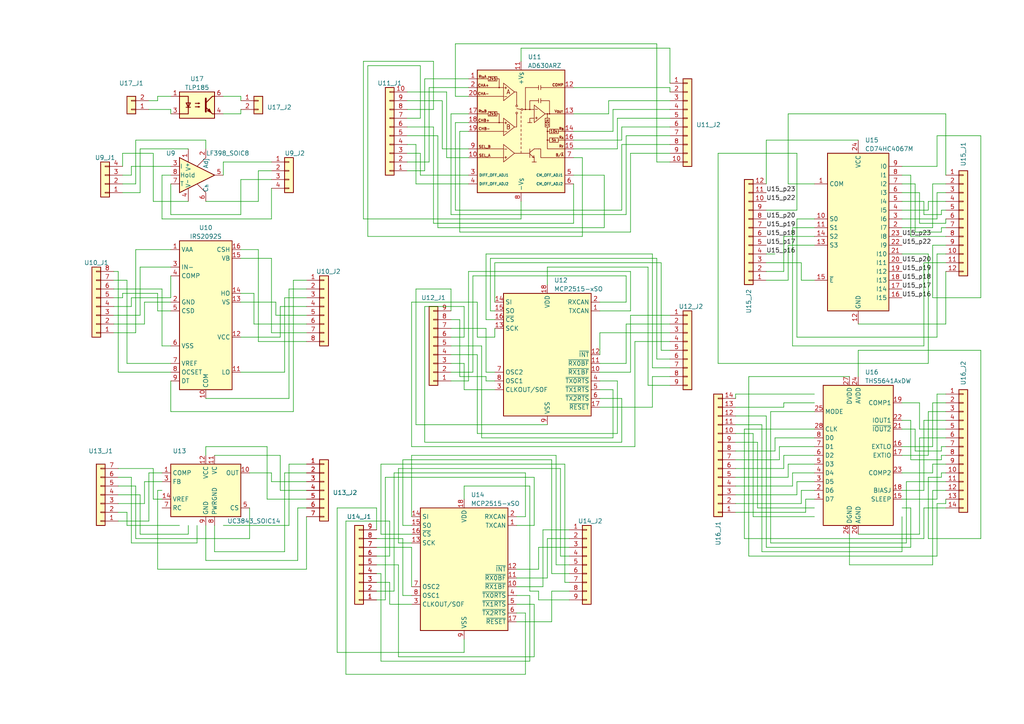
<source format=kicad_sch>
(kicad_sch (version 20230121) (generator eeschema)
  (paper "A4")
  (wire (pts (xy 233.68 148.59) (xy 213.36 148.59)))
  (wire (pts (xy 189.23 109.22) (xy 194.31 109.22)))
  (wire (pts (xy 40.64 91.44) (xy 33.02 91.44)))
  (wire (pts (xy 149.86 177.8) (xy 152.4 177.8)))
  (wire (pts (xy 128.27 43.18) (xy 135.89 43.18)))
  (wire (pts (xy 111.76 138.43) (xy 111.76 173.99)))
  (wire (pts (xy 49.53 31.75) (xy 49.53 33.02)))
  (wire (pts (xy 261.62 53.34) (xy 265.43 53.34)))
  (wire (pts (xy 219.71 128.27) (xy 219.71 147.32)))
  (wire (pts (xy 154.94 190.5) (xy 154.94 175.26)))
  (wire (pts (xy 41.91 87.63) (xy 49.53 87.63)))
  (wire (pts (xy 57.15 152.4) (xy 57.15 157.48)))
  (wire (pts (xy 113.03 175.26) (xy 119.38 175.26)))
  (wire (pts (xy 177.8 127) (xy 139.7 127)))
  (wire (pts (xy 78.74 74.93) (xy 78.74 96.52)))
  (wire (pts (xy 248.92 154.94) (xy 266.7 154.94)))
  (wire (pts (xy 34.29 151.13) (xy 43.18 151.13)))
  (wire (pts (xy 213.36 140.97) (xy 229.87 140.97)))
  (wire (pts (xy 173.99 96.52) (xy 173.99 102.87)))
  (wire (pts (xy 109.22 156.21) (xy 116.84 156.21)))
  (wire (pts (xy 33.02 93.98) (xy 41.91 93.98)))
  (wire (pts (xy 189.23 118.11) (xy 189.23 109.22)))
  (wire (pts (xy 109.22 166.37) (xy 110.49 166.37)))
  (wire (pts (xy 270.51 134.62) (xy 274.32 134.62)))
  (wire (pts (xy 69.85 107.95) (xy 82.55 107.95)))
  (wire (pts (xy 189.23 73.66) (xy 189.23 106.68)))
  (wire (pts (xy 190.5 46.99) (xy 194.31 46.99)))
  (wire (pts (xy 271.78 114.3) (xy 274.32 114.3)))
  (wire (pts (xy 83.82 83.82) (xy 83.82 115.57)))
  (wire (pts (xy 34.29 143.51) (xy 40.64 143.51)))
  (wire (pts (xy 45.72 85.09) (xy 35.56 85.09)))
  (wire (pts (xy 236.22 81.28) (xy 232.41 81.28)))
  (wire (pts (xy 217.17 161.29) (xy 271.78 161.29)))
  (wire (pts (xy 86.36 162.56) (xy 86.36 147.32)))
  (wire (pts (xy 262.89 157.48) (xy 223.52 157.48)))
  (wire (pts (xy 273.05 130.81) (xy 273.05 129.54)))
  (wire (pts (xy 222.25 73.66) (xy 224.79 73.66)))
  (wire (pts (xy 88.9 99.06) (xy 74.93 99.06)))
  (wire (pts (xy 119.38 157.48) (xy 115.57 157.48)))
  (wire (pts (xy 113.03 168.91) (xy 113.03 175.26)))
  (wire (pts (xy 134.62 88.9) (xy 123.19 88.9)))
  (wire (pts (xy 246.38 109.22) (xy 217.17 109.22)))
  (wire (pts (xy 269.24 156.21) (xy 269.24 138.43)))
  (wire (pts (xy 46.99 63.5) (xy 78.74 63.5)))
  (wire (pts (xy 175.26 50.8) (xy 166.37 50.8)))
  (wire (pts (xy 49.53 48.26) (xy 38.1 48.26)))
  (wire (pts (xy 40.64 143.51) (xy 40.64 154.94)))
  (wire (pts (xy 271.78 63.5) (xy 271.78 55.88)))
  (wire (pts (xy 138.43 87.63) (xy 119.38 87.63)))
  (wire (pts (xy 125.73 64.77) (xy 166.37 64.77)))
  (wire (pts (xy 45.72 165.1) (xy 88.9 165.1)))
  (wire (pts (xy 213.36 114.3) (xy 213.36 115.57)))
  (wire (pts (xy 151.13 13.97) (xy 151.13 17.78)))
  (wire (pts (xy 179.07 125.73) (xy 179.07 110.49)))
  (wire (pts (xy 182.88 44.45) (xy 182.88 67.31)))
  (wire (pts (xy 121.92 50.8) (xy 135.89 50.8)))
  (wire (pts (xy 109.22 171.45) (xy 114.3 171.45)))
  (wire (pts (xy 82.55 107.95) (xy 82.55 86.36)))
  (wire (pts (xy 158.75 82.55) (xy 158.75 77.47)))
  (wire (pts (xy 273.05 129.54) (xy 274.32 129.54)))
  (wire (pts (xy 35.56 44.45) (xy 44.45 44.45)))
  (wire (pts (xy 123.19 49.53) (xy 118.11 49.53)))
  (wire (pts (xy 190.5 74.93) (xy 142.24 74.93)))
  (wire (pts (xy 132.08 12.7) (xy 190.5 12.7)))
  (wire (pts (xy 162.56 161.29) (xy 165.1 161.29)))
  (wire (pts (xy 41.91 146.05) (xy 41.91 139.7)))
  (wire (pts (xy 110.49 191.77) (xy 153.67 191.77)))
  (wire (pts (xy 125.73 17.78) (xy 105.41 17.78)))
  (wire (pts (xy 270.51 116.84) (xy 274.32 116.84)))
  (wire (pts (xy 109.22 153.67) (xy 109.22 147.32)))
  (wire (pts (xy 231.14 143.51) (xy 213.36 143.51)))
  (wire (pts (xy 54.61 43.18) (xy 40.64 43.18)))
  (wire (pts (xy 134.62 105.41) (xy 130.81 105.41)))
  (wire (pts (xy 69.85 27.94) (xy 69.85 29.21)))
  (wire (pts (xy 248.92 101.6) (xy 284.48 101.6)))
  (wire (pts (xy 261.62 149.86) (xy 261.62 160.02)))
  (wire (pts (xy 270.51 86.36) (xy 270.51 71.12)))
  (wire (pts (xy 213.36 130.81) (xy 224.79 130.81)))
  (wire (pts (xy 270.51 53.34) (xy 274.32 53.34)))
  (wire (pts (xy 165.1 166.37) (xy 160.02 166.37)))
  (wire (pts (xy 181.61 93.98) (xy 194.31 93.98)))
  (wire (pts (xy 40.64 43.18) (xy 40.64 55.88)))
  (wire (pts (xy 274.32 64.77) (xy 266.7 64.77)))
  (wire (pts (xy 180.34 40.64) (xy 166.37 40.64)))
  (wire (pts (xy 176.53 29.21) (xy 194.31 29.21)))
  (wire (pts (xy 266.7 124.46) (xy 274.32 124.46)))
  (wire (pts (xy 45.72 27.94) (xy 49.53 27.94)))
  (wire (pts (xy 135.89 22.86) (xy 123.19 22.86)))
  (wire (pts (xy 153.67 172.72) (xy 149.86 172.72)))
  (wire (pts (xy 269.24 138.43) (xy 273.05 138.43)))
  (wire (pts (xy 229.87 100.33) (xy 229.87 66.04)))
  (wire (pts (xy 115.57 135.89) (xy 162.56 135.89)))
  (wire (pts (xy 173.99 87.63) (xy 181.61 87.63)))
  (wire (pts (xy 105.41 63.5) (xy 151.13 63.5)))
  (wire (pts (xy 43.18 151.13) (xy 43.18 137.16)))
  (wire (pts (xy 97.79 189.23) (xy 134.62 189.23)))
  (wire (pts (xy 213.36 146.05) (xy 232.41 146.05)))
  (wire (pts (xy 224.79 127) (xy 236.22 127)))
  (wire (pts (xy 228.6 134.62) (xy 236.22 134.62)))
  (wire (pts (xy 52.07 152.4) (xy 36.83 152.4)))
  (wire (pts (xy 83.82 134.62) (xy 88.9 134.62)))
  (wire (pts (xy 166.37 45.72) (xy 168.91 45.72)))
  (wire (pts (xy 228.6 71.12) (xy 228.6 81.28)))
  (wire (pts (xy 114.3 171.45) (xy 114.3 137.16)))
  (wire (pts (xy 116.84 156.21) (xy 116.84 172.72)))
  (wire (pts (xy 143.51 87.63) (xy 143.51 76.2)))
  (wire (pts (xy 182.88 107.95) (xy 182.88 91.44)))
  (wire (pts (xy 39.37 53.34) (xy 39.37 40.64)))
  (wire (pts (xy 180.34 115.57) (xy 173.99 115.57)))
  (wire (pts (xy 154.94 138.43) (xy 111.76 138.43)))
  (wire (pts (xy 173.99 113.03) (xy 177.8 113.03)))
  (wire (pts (xy 190.5 12.7) (xy 190.5 46.99)))
  (wire (pts (xy 161.29 163.83) (xy 165.1 163.83)))
  (wire (pts (xy 124.46 25.4) (xy 135.89 25.4)))
  (wire (pts (xy 156.21 165.1) (xy 156.21 158.75)))
  (wire (pts (xy 120.65 53.34) (xy 120.65 41.91)))
  (wire (pts (xy 181.61 87.63) (xy 181.61 80.01)))
  (wire (pts (xy 115.57 157.48) (xy 115.57 135.89)))
  (wire (pts (xy 72.39 156.21) (xy 72.39 147.32)))
  (wire (pts (xy 273.05 138.43) (xy 273.05 137.16)))
  (wire (pts (xy 49.53 50.8) (xy 46.99 50.8)))
  (wire (pts (xy 180.34 128.27) (xy 180.34 115.57)))
  (wire (pts (xy 229.87 66.04) (xy 236.22 66.04)))
  (wire (pts (xy 69.85 52.07) (xy 69.85 62.23)))
  (wire (pts (xy 149.86 170.18) (xy 157.48 170.18)))
  (wire (pts (xy 135.89 53.34) (xy 120.65 53.34)))
  (wire (pts (xy 129.54 45.72) (xy 135.89 45.72)))
  (wire (pts (xy 166.37 25.4) (xy 194.31 25.4)))
  (wire (pts (xy 62.23 160.02) (xy 82.55 160.02)))
  (wire (pts (xy 123.19 22.86) (xy 123.19 49.53)))
  (wire (pts (xy 69.85 87.63) (xy 80.01 87.63)))
  (wire (pts (xy 153.67 171.45) (xy 156.21 171.45)))
  (wire (pts (xy 270.51 129.54) (xy 270.51 116.84)))
  (wire (pts (xy 267.97 76.2) (xy 267.97 100.33)))
  (wire (pts (xy 82.55 86.36) (xy 88.9 86.36)))
  (wire (pts (xy 138.43 97.79) (xy 138.43 87.63)))
  (wire (pts (xy 153.67 140.97) (xy 153.67 171.45)))
  (wire (pts (xy 137.16 80.01) (xy 137.16 107.95)))
  (wire (pts (xy 284.48 156.21) (xy 269.24 156.21)))
  (wire (pts (xy 86.36 147.32) (xy 88.9 147.32)))
  (wire (pts (xy 151.13 63.5) (xy 151.13 58.42)))
  (wire (pts (xy 227.33 135.89) (xy 227.33 132.08)))
  (wire (pts (xy 49.53 86.36) (xy 49.53 80.01)))
  (wire (pts (xy 114.3 137.16) (xy 152.4 137.16)))
  (wire (pts (xy 81.28 142.24) (xy 88.9 142.24)))
  (wire (pts (xy 118.11 31.75) (xy 125.73 31.75)))
  (wire (pts (xy 158.75 77.47) (xy 187.96 77.47)))
  (wire (pts (xy 160.02 133.35) (xy 116.84 133.35)))
  (wire (pts (xy 284.48 86.36) (xy 270.51 86.36)))
  (wire (pts (xy 38.1 88.9) (xy 38.1 86.36)))
  (wire (pts (xy 191.77 101.6) (xy 194.31 101.6)))
  (wire (pts (xy 177.8 38.1) (xy 166.37 38.1)))
  (wire (pts (xy 78.74 139.7) (xy 88.9 139.7)))
  (wire (pts (xy 236.22 144.78) (xy 233.68 144.78)))
  (wire (pts (xy 133.35 109.22) (xy 140.97 109.22)))
  (wire (pts (xy 74.93 99.06) (xy 74.93 72.39)))
  (wire (pts (xy 57.15 157.48) (xy 38.1 157.48)))
  (wire (pts (xy 49.53 77.47) (xy 40.64 77.47)))
  (wire (pts (xy 267.97 121.92) (xy 274.32 121.92)))
  (wire (pts (xy 69.85 74.93) (xy 78.74 74.93)))
  (wire (pts (xy 113.03 161.29) (xy 109.22 161.29)))
  (wire (pts (xy 236.22 114.3) (xy 213.36 114.3)))
  (wire (pts (xy 119.38 87.63) (xy 119.38 129.54)))
  (wire (pts (xy 270.51 142.24) (xy 270.51 163.83)))
  (wire (pts (xy 213.36 138.43) (xy 228.6 138.43)))
  (wire (pts (xy 33.02 86.36) (xy 35.56 86.36)))
  (wire (pts (xy 143.51 110.49) (xy 140.97 110.49)))
  (wire (pts (xy 130.81 92.71) (xy 133.35 92.71)))
  (wire (pts (xy 137.16 107.95) (xy 130.81 107.95)))
  (wire (pts (xy 163.83 134.62) (xy 163.83 168.91)))
  (wire (pts (xy 182.88 78.74) (xy 135.89 78.74)))
  (wire (pts (xy 158.75 123.19) (xy 120.65 123.19)))
  (wire (pts (xy 97.79 147.32) (xy 97.79 189.23)))
  (wire (pts (xy 113.03 151.13) (xy 113.03 161.29)))
  (wire (pts (xy 134.62 113.03) (xy 134.62 105.41)))
  (wire (pts (xy 73.66 85.09) (xy 69.85 85.09)))
  (wire (pts (xy 153.67 191.77) (xy 153.67 172.72)))
  (wire (pts (xy 217.17 109.22) (xy 217.17 161.29)))
  (wire (pts (xy 190.5 104.14) (xy 190.5 74.93)))
  (wire (pts (xy 261.62 55.88) (xy 266.7 55.88)))
  (wire (pts (xy 173.99 118.11) (xy 189.23 118.11)))
  (wire (pts (xy 43.18 29.21) (xy 45.72 29.21)))
  (wire (pts (xy 135.89 110.49) (xy 130.81 110.49)))
  (wire (pts (xy 39.37 156.21) (xy 72.39 156.21)))
  (wire (pts (xy 218.44 149.86) (xy 218.44 125.73)))
  (wire (pts (xy 152.4 149.86) (xy 149.86 149.86)))
  (wire (pts (xy 69.85 33.02) (xy 69.85 31.75)))
  (wire (pts (xy 222.25 76.2) (xy 232.41 76.2)))
  (wire (pts (xy 261.62 144.78) (xy 271.78 144.78)))
  (wire (pts (xy 226.06 129.54) (xy 236.22 129.54)))
  (wire (pts (xy 40.64 55.88) (xy 35.56 55.88)))
  (wire (pts (xy 270.51 66.04) (xy 270.51 53.34)))
  (wire (pts (xy 123.19 88.9) (xy 123.19 128.27)))
  (wire (pts (xy 248.92 93.98) (xy 274.32 93.98)))
  (wire (pts (xy 181.61 80.01) (xy 137.16 80.01)))
  (wire (pts (xy 264.16 158.75) (xy 264.16 147.32)))
  (wire (pts (xy 222.25 40.64) (xy 248.92 40.64)))
  (wire (pts (xy 182.88 91.44) (xy 194.31 91.44)))
  (wire (pts (xy 40.64 154.94) (xy 54.61 154.94)))
  (wire (pts (xy 236.22 149.86) (xy 218.44 149.86)))
  (wire (pts (xy 267.97 142.24) (xy 267.97 121.92)))
  (wire (pts (xy 64.77 27.94) (xy 69.85 27.94)))
  (wire (pts (xy 213.36 128.27) (xy 219.71 128.27)))
  (wire (pts (xy 35.56 85.09) (xy 35.56 86.36)))
  (wire (pts (xy 264.16 68.58) (xy 264.16 50.8)))
  (wire (pts (xy 176.53 33.02) (xy 176.53 29.21)))
  (wire (pts (xy 149.86 180.34) (xy 160.02 180.34)))
  (wire (pts (xy 133.35 92.71) (xy 133.35 109.22)))
  (wire (pts (xy 138.43 102.87) (xy 138.43 125.73)))
  (wire (pts (xy 168.91 68.58) (xy 106.68 68.58)))
  (wire (pts (xy 134.62 185.42) (xy 134.62 189.23)))
  (wire (pts (xy 175.26 66.04) (xy 175.26 50.8)))
  (wire (pts (xy 181.61 39.37) (xy 194.31 39.37)))
  (wire (pts (xy 154.94 152.4) (xy 154.94 138.43)))
  (wire (pts (xy 115.57 163.83) (xy 115.57 190.5)))
  (wire (pts (xy 106.68 68.58) (xy 106.68 19.05)))
  (wire (pts (xy 264.16 121.92) (xy 264.16 133.35)))
  (wire (pts (xy 64.77 152.4) (xy 83.82 152.4)))
  (wire (pts (xy 264.16 133.35) (xy 273.05 133.35)))
  (wire (pts (xy 271.78 146.05) (xy 274.32 146.05)))
  (wire (pts (xy 45.72 90.17) (xy 45.72 85.09)))
  (wire (pts (xy 222.25 158.75) (xy 264.16 158.75)))
  (wire (pts (xy 88.9 149.86) (xy 88.9 165.1)))
  (wire (pts (xy 38.1 138.43) (xy 34.29 138.43)))
  (wire (pts (xy 246.38 163.83) (xy 246.38 154.94)))
  (wire (pts (xy 152.4 195.58) (xy 100.33 195.58)))
  (wire (pts (xy 179.07 34.29) (xy 194.31 34.29)))
  (wire (pts (xy 177.8 113.03) (xy 177.8 127)))
  (wire (pts (xy 208.28 44.45) (xy 231.14 44.45)))
  (wire (pts (xy 271.78 55.88) (xy 274.32 55.88)))
  (wire (pts (xy 143.51 95.25) (xy 143.51 97.79)))
  (wire (pts (xy 160.02 171.45) (xy 165.1 171.45)))
  (wire (pts (xy 269.24 132.08) (xy 269.24 119.38)))
  (wire (pts (xy 118.11 29.21) (xy 128.27 29.21)))
  (wire (pts (xy 284.48 101.6) (xy 284.48 156.21)))
  (wire (pts (xy 180.34 41.91) (xy 194.31 41.91)))
  (wire (pts (xy 213.36 133.35) (xy 226.06 133.35)))
  (wire (pts (xy 269.24 73.66) (xy 269.24 105.41)))
  (wire (pts (xy 44.45 44.45) (xy 44.45 58.42)))
  (wire (pts (xy 267.97 62.23) (xy 273.05 62.23)))
  (wire (pts (xy 231.14 63.5) (xy 231.14 97.79)))
  (wire (pts (xy 143.51 97.79) (xy 138.43 97.79)))
  (wire (pts (xy 123.19 128.27) (xy 180.34 128.27)))
  (wire (pts (xy 168.91 45.72) (xy 168.91 68.58)))
  (wire (pts (xy 45.72 142.24) (xy 45.72 165.1)))
  (wire (pts (xy 227.33 132.08) (xy 236.22 132.08)))
  (wire (pts (xy 266.7 116.84) (xy 266.7 124.46)))
  (wire (pts (xy 34.29 78.74) (xy 33.02 78.74)))
  (wire (pts (xy 39.37 96.52) (xy 33.02 96.52)))
  (wire (pts (xy 264.16 147.32) (xy 261.62 147.32)))
  (wire (pts (xy 194.31 44.45) (xy 182.88 44.45)))
  (wire (pts (xy 119.38 132.08) (xy 161.29 132.08)))
  (wire (pts (xy 49.53 62.23) (xy 49.53 53.34)))
  (wire (pts (xy 208.28 105.41) (xy 208.28 44.45)))
  (wire (pts (xy 49.53 72.39) (xy 39.37 72.39)))
  (wire (pts (xy 261.62 73.66) (xy 269.24 73.66)))
  (wire (pts (xy 138.43 125.73) (xy 179.07 125.73)))
  (wire (pts (xy 274.32 68.58) (xy 264.16 68.58)))
  (wire (pts (xy 269.24 60.96) (xy 269.24 58.42)))
  (wire (pts (xy 49.53 105.41) (xy 36.83 105.41)))
  (wire (pts (xy 59.69 40.64) (xy 59.69 43.18)))
  (wire (pts (xy 118.11 39.37) (xy 127 39.37)))
  (wire (pts (xy 36.83 81.28) (xy 33.02 81.28)))
  (wire (pts (xy 43.18 137.16) (xy 46.99 137.16)))
  (wire (pts (xy 140.97 73.66) (xy 189.23 73.66)))
  (wire (pts (xy 220.98 160.02) (xy 220.98 123.19)))
  (wire (pts (xy 273.05 62.23) (xy 273.05 60.96)))
  (wire (pts (xy 85.09 81.28) (xy 88.9 81.28)))
  (wire (pts (xy 236.22 139.7) (xy 231.14 139.7)))
  (wire (pts (xy 77.47 129.54) (xy 77.47 144.78)))
  (wire (pts (xy 236.22 124.46) (xy 215.9 124.46)))
  (wire (pts (xy 59.69 152.4) (xy 59.69 162.56)))
  (wire (pts (xy 143.51 76.2) (xy 191.77 76.2)))
  (wire (pts (xy 74.93 72.39) (xy 69.85 72.39)))
  (wire (pts (xy 132.08 35.56) (xy 132.08 60.96)))
  (wire (pts (xy 269.24 58.42) (xy 274.32 58.42)))
  (wire (pts (xy 213.36 120.65) (xy 222.25 120.65)))
  (wire (pts (xy 46.99 142.24) (xy 45.72 142.24)))
  (wire (pts (xy 35.56 48.26) (xy 35.56 44.45)))
  (wire (pts (xy 231.14 139.7) (xy 231.14 143.51)))
  (wire (pts (xy 135.89 33.02) (xy 130.81 33.02)))
  (wire (pts (xy 134.62 97.79) (xy 134.62 88.9)))
  (wire (pts (xy 80.01 87.63) (xy 80.01 91.44)))
  (wire (pts (xy 119.38 149.86) (xy 119.38 132.08)))
  (wire (pts (xy 49.53 107.95) (xy 34.29 107.95)))
  (wire (pts (xy 59.69 58.42) (xy 74.93 58.42)))
  (wire (pts (xy 227.33 118.11) (xy 227.33 116.84)))
  (wire (pts (xy 41.91 139.7) (xy 46.99 139.7)))
  (wire (pts (xy 261.62 63.5) (xy 271.78 63.5)))
  (wire (pts (xy 81.28 97.79) (xy 69.85 97.79)))
  (wire (pts (xy 139.7 127) (xy 139.7 100.33)))
  (wire (pts (xy 273.05 67.31) (xy 273.05 66.04)))
  (wire (pts (xy 149.86 152.4) (xy 154.94 152.4)))
  (wire (pts (xy 231.14 44.45) (xy 231.14 60.96)))
  (wire (pts (xy 152.4 177.8) (xy 152.4 195.58)))
  (wire (pts (xy 100.33 151.13) (xy 113.03 151.13)))
  (wire (pts (xy 267.97 100.33) (xy 229.87 100.33)))
  (wire (pts (xy 130.81 62.23) (xy 181.61 62.23)))
  (wire (pts (xy 49.53 90.17) (xy 45.72 90.17)))
  (wire (pts (xy 120.65 41.91) (xy 118.11 41.91)))
  (wire (pts (xy 59.69 162.56) (xy 86.36 162.56)))
  (wire (pts (xy 227.33 68.58) (xy 236.22 68.58)))
  (wire (pts (xy 74.93 49.53) (xy 78.74 49.53)))
  (wire (pts (xy 132.08 27.94) (xy 132.08 12.7)))
  (wire (pts (xy 194.31 36.83) (xy 180.34 36.83)))
  (wire (pts (xy 266.7 154.94) (xy 266.7 127)))
  (wire (pts (xy 73.66 93.98) (xy 73.66 85.09)))
  (wire (pts (xy 261.62 58.42) (xy 267.97 58.42)))
  (wire (pts (xy 38.1 86.36) (xy 49.53 86.36)))
  (wire (pts (xy 266.7 127) (xy 274.32 127)))
  (wire (pts (xy 88.9 83.82) (xy 83.82 83.82)))
  (wire (pts (xy 116.84 133.35) (xy 116.84 152.4)))
  (wire (pts (xy 181.61 105.41) (xy 181.61 93.98)))
  (wire (pts (xy 165.1 153.67) (xy 157.48 153.67)))
  (wire (pts (xy 143.51 92.71) (xy 140.97 92.71)))
  (wire (pts (xy 162.56 135.89) (xy 162.56 161.29)))
  (wire (pts (xy 41.91 93.98) (xy 41.91 87.63)))
  (wire (pts (xy 215.9 156.21) (xy 267.97 156.21)))
  (wire (pts (xy 110.49 154.94) (xy 110.49 134.62)))
  (wire (pts (xy 166.37 43.18) (xy 179.07 43.18)))
  (wire (pts (xy 274.32 33.02) (xy 274.32 50.8)))
  (wire (pts (xy 182.88 90.17) (xy 182.88 78.74)))
  (wire (pts (xy 274.32 63.5) (xy 274.32 64.77)))
  (wire (pts (xy 189.23 106.68) (xy 194.31 106.68)))
  (wire (pts (xy 273.05 60.96) (xy 274.32 60.96)))
  (wire (pts (xy 109.22 168.91) (xy 113.03 168.91)))
  (wire (pts (xy 34.29 135.89) (xy 44.45 135.89)))
  (wire (pts (xy 81.28 88.9) (xy 81.28 97.79)))
  (wire (pts (xy 228.6 138.43) (xy 228.6 134.62)))
  (wire (pts (xy 77.47 144.78) (xy 88.9 144.78)))
  (wire (pts (xy 166.37 33.02) (xy 176.53 33.02)))
  (wire (pts (xy 80.01 91.44) (xy 88.9 91.44)))
  (wire (pts (xy 274.32 76.2) (xy 267.97 76.2)))
  (wire (pts (xy 271.78 48.26) (xy 271.78 39.37)))
  (wire (pts (xy 78.74 137.16) (xy 78.74 139.7)))
  (wire (pts (xy 271.78 97.79) (xy 271.78 73.66)))
  (wire (pts (xy 267.97 58.42) (xy 267.97 62.23)))
  (wire (pts (xy 154.94 175.26) (xy 149.86 175.26)))
  (wire (pts (xy 109.22 147.32) (xy 97.79 147.32)))
  (wire (pts (xy 222.25 53.34) (xy 222.25 40.64)))
  (wire (pts (xy 140.97 95.25) (xy 140.97 107.95)))
  (wire (pts (xy 265.43 67.31) (xy 273.05 67.31)))
  (wire (pts (xy 83.82 115.57) (xy 59.69 115.57)))
  (wire (pts (xy 38.1 48.26) (xy 38.1 50.8)))
  (wire (pts (xy 38.1 50.8) (xy 35.56 50.8)))
  (wire (pts (xy 180.34 36.83) (xy 180.34 40.64)))
  (wire (pts (xy 100.33 195.58) (xy 100.33 151.13)))
  (wire (pts (xy 156.21 158.75) (xy 165.1 158.75)))
  (wire (pts (xy 273.05 66.04) (xy 274.32 66.04)))
  (wire (pts (xy 265.43 124.46) (xy 265.43 130.81)))
  (wire (pts (xy 140.97 109.22) (xy 140.97 110.49)))
  (wire (pts (xy 49.53 119.38) (xy 85.09 119.38)))
  (wire (pts (xy 116.84 152.4) (xy 119.38 152.4)))
  (wire (pts (xy 271.78 39.37) (xy 284.48 39.37)))
  (wire (pts (xy 39.37 72.39) (xy 39.37 96.52)))
  (wire (pts (xy 173.99 90.17) (xy 182.88 90.17)))
  (wire (pts (xy 222.25 120.65) (xy 222.25 158.75)))
  (wire (pts (xy 236.22 53.34) (xy 228.6 53.34)))
  (wire (pts (xy 194.31 96.52) (xy 173.99 96.52)))
  (wire (pts (xy 78.74 96.52) (xy 88.9 96.52)))
  (wire (pts (xy 181.61 62.23) (xy 181.61 39.37)))
  (wire (pts (xy 273.05 132.08) (xy 274.32 132.08)))
  (wire (pts (xy 36.83 152.4) (xy 36.83 148.59)))
  (wire (pts (xy 109.22 158.75) (xy 119.38 158.75)))
  (wire (pts (xy 266.7 64.77) (xy 266.7 55.88)))
  (wire (pts (xy 39.37 40.64) (xy 59.69 40.64)))
  (wire (pts (xy 179.07 110.49) (xy 173.99 110.49)))
  (wire (pts (xy 274.32 146.05) (xy 274.32 144.78)))
  (wire (pts (xy 265.43 53.34) (xy 265.43 67.31)))
  (wire (pts (xy 229.87 137.16) (xy 236.22 137.16)))
  (wire (pts (xy 274.32 93.98) (xy 274.32 78.74)))
  (wire (pts (xy 220.98 123.19) (xy 213.36 123.19)))
  (wire (pts (xy 127 39.37) (xy 127 66.04)))
  (wire (pts (xy 43.18 31.75) (xy 49.53 31.75)))
  (wire (pts (xy 180.34 60.96) (xy 180.34 41.91)))
  (wire (pts (xy 118.11 36.83) (xy 125.73 36.83)))
  (wire (pts (xy 46.99 50.8) (xy 46.99 63.5)))
  (wire (pts (xy 38.1 157.48) (xy 38.1 138.43)))
  (wire (pts (xy 121.92 19.05) (xy 121.92 34.29)))
  (wire (pts (xy 54.61 154.94) (xy 54.61 152.4)))
  (wire (pts (xy 39.37 140.97) (xy 39.37 156.21)))
  (wire (pts (xy 233.68 144.78) (xy 233.68 148.59)))
  (wire (pts (xy 261.62 137.16) (xy 270.51 137.16)))
  (wire (pts (xy 35.56 53.34) (xy 39.37 53.34)))
  (wire (pts (xy 128.27 29.21) (xy 128.27 43.18)))
  (wire (pts (xy 134.62 144.78) (xy 134.62 140.97)))
  (wire (pts (xy 160.02 180.34) (xy 160.02 171.45)))
  (wire (pts (xy 135.89 35.56) (xy 132.08 35.56)))
  (wire (pts (xy 229.87 140.97) (xy 229.87 137.16)))
  (wire (pts (xy 228.6 81.28) (xy 222.25 81.28)))
  (wire (pts (xy 59.69 132.08) (xy 59.69 129.54)))
  (wire (pts (xy 130.81 95.25) (xy 140.97 95.25)))
  (wire (pts (xy 130.81 33.02) (xy 130.81 62.23)))
  (wire (pts (xy 33.02 88.9) (xy 38.1 88.9)))
  (wire (pts (xy 133.35 67.31) (xy 133.35 38.1)))
  (wire (pts (xy 177.8 31.75) (xy 177.8 38.1)))
  (wire (pts (xy 232.41 76.2) (xy 232.41 81.28)))
  (wire (pts (xy 81.28 132.08) (xy 81.28 142.24)))
  (wire (pts (xy 215.9 124.46) (xy 215.9 156.21)))
  (wire (pts (xy 269.24 119.38) (xy 274.32 119.38)))
  (wire (pts (xy 109.22 163.83) (xy 115.57 163.83)))
  (wire (pts (xy 261.62 160.02) (xy 220.98 160.02)))
  (wire (pts (xy 261.62 48.26) (xy 271.78 48.26)))
  (wire (pts (xy 163.83 168.91) (xy 165.1 168.91)))
  (wire (pts (xy 34.29 140.97) (xy 39.37 140.97)))
  (wire (pts (xy 228.6 33.02) (xy 274.32 33.02)))
  (wire (pts (xy 44.45 58.42) (xy 54.61 58.42)))
  (wire (pts (xy 49.53 110.49) (xy 49.53 119.38)))
  (wire (pts (xy 236.22 63.5) (xy 231.14 63.5)))
  (wire (pts (xy 213.36 118.11) (xy 227.33 118.11)))
  (wire (pts (xy 187.96 77.47) (xy 187.96 111.76)))
  (wire (pts (xy 119.38 154.94) (xy 110.49 154.94)))
  (wire (pts (xy 194.31 31.75) (xy 177.8 31.75)))
  (wire (pts (xy 62.23 132.08) (xy 81.28 132.08)))
  (wire (pts (xy 270.51 163.83) (xy 246.38 163.83)))
  (wire (pts (xy 271.78 73.66) (xy 274.32 73.66)))
  (wire (pts (xy 261.62 132.08) (xy 269.24 132.08)))
  (wire (pts (xy 269.24 105.41) (xy 208.28 105.41)))
  (wire (pts (xy 261.62 60.96) (xy 269.24 60.96)))
  (wire (pts (xy 74.93 58.42) (xy 74.93 49.53)))
  (wire (pts (xy 158.75 156.21) (xy 165.1 156.21)))
  (wire (pts (xy 62.23 152.4) (xy 62.23 160.02)))
  (wire (pts (xy 173.99 107.95) (xy 182.88 107.95)))
  (wire (pts (xy 45.72 29.21) (xy 45.72 27.94)))
  (wire (pts (xy 261.62 129.54) (xy 270.51 129.54)))
  (wire (pts (xy 83.82 152.4) (xy 83.82 134.62)))
  (wire (pts (xy 248.92 109.22) (xy 248.92 101.6)))
  (wire (pts (xy 218.44 125.73) (xy 213.36 125.73)))
  (wire (pts (xy 222.25 78.74) (xy 227.33 78.74)))
  (wire (pts (xy 132.08 60.96) (xy 180.34 60.96)))
  (wire (pts (xy 116.84 172.72) (xy 119.38 172.72)))
  (wire (pts (xy 270.51 137.16) (xy 270.51 134.62)))
  (wire (pts (xy 120.65 123.19) (xy 120.65 83.82)))
  (wire (pts (xy 120.65 83.82) (xy 130.81 83.82)))
  (wire (pts (xy 179.07 43.18) (xy 179.07 34.29)))
  (wire (pts (xy 69.85 62.23) (xy 49.53 62.23)))
  (wire (pts (xy 219.71 147.32) (xy 236.22 147.32)))
  (wire (pts (xy 264.16 50.8) (xy 261.62 50.8)))
  (wire (pts (xy 274.32 142.24) (xy 270.51 142.24)))
  (wire (pts (xy 194.31 25.4) (xy 194.31 26.67)))
  (wire (pts (xy 110.49 166.37) (xy 110.49 191.77)))
  (wire (pts (xy 284.48 39.37) (xy 284.48 86.36)))
  (wire (pts (xy 224.79 130.81) (xy 224.79 127)))
  (wire (pts (xy 44.45 135.89) (xy 44.45 144.78)))
  (wire (pts (xy 158.75 167.64) (xy 158.75 156.21)))
  (wire (pts (xy 156.21 171.45) (xy 156.21 173.99)))
  (wire (pts (xy 40.64 77.47) (xy 40.64 91.44)))
  (wire (pts (xy 110.49 134.62) (xy 163.83 134.62)))
  (wire (pts (xy 271.78 161.29) (xy 271.78 146.05)))
  (wire (pts (xy 105.41 17.78) (xy 105.41 63.5)))
  (wire (pts (xy 139.7 100.33) (xy 130.81 100.33)))
  (wire (pts (xy 271.78 144.78) (xy 271.78 114.3)))
  (wire (pts (xy 182.88 67.31) (xy 133.35 67.31)))
  (wire (pts (xy 160.02 166.37) (xy 160.02 133.35)))
  (wire (pts (xy 133.35 38.1) (xy 135.89 38.1)))
  (wire (pts (xy 72.39 137.16) (xy 78.74 137.16)))
  (wire (pts (xy 166.37 64.77) (xy 166.37 53.34)))
  (wire (pts (xy 106.68 19.05) (xy 121.92 19.05)))
  (wire (pts (xy 135.89 78.74) (xy 135.89 110.49)))
  (wire (pts (xy 273.05 133.35) (xy 273.05 132.08)))
  (wire (pts (xy 140.97 107.95) (xy 143.51 107.95)))
  (wire (pts (xy 261.62 116.84) (xy 266.7 116.84)))
  (wire (pts (xy 265.43 130.81) (xy 273.05 130.81)))
  (wire (pts (xy 156.21 173.99) (xy 165.1 173.99)))
  (wire (pts (xy 223.52 157.48) (xy 223.52 119.38)))
  (wire (pts (xy 118.11 46.99) (xy 124.46 46.99)))
  (wire (pts (xy 152.4 137.16) (xy 152.4 149.86)))
  (wire (pts (xy 85.09 119.38) (xy 85.09 81.28)))
  (wire (pts (xy 125.73 36.83) (xy 125.73 64.77)))
  (wire (pts (xy 157.48 153.67) (xy 157.48 170.18)))
  (wire (pts (xy 64.77 46.99) (xy 78.74 46.99)))
  (wire (pts (xy 64.77 46.99) (xy 64.77 50.8)))
  (wire (pts (xy 187.96 111.76) (xy 194.31 111.76)))
  (wire (pts (xy 135.89 27.94) (xy 132.08 27.94)))
  (wire (pts (xy 46.99 100.33) (xy 49.53 100.33)))
  (wire (pts (xy 261.62 124.46) (xy 265.43 124.46)))
  (wire (pts (xy 227.33 116.84) (xy 236.22 116.84)))
  (wire (pts (xy 125.73 31.75) (xy 125.73 17.78)))
  (wire (pts (xy 127 66.04) (xy 175.26 66.04)))
  (wire (pts (xy 44.45 144.78) (xy 46.99 144.78)))
  (wire (pts (xy 134.62 140.97) (xy 153.67 140.97)))
  (wire (pts (xy 33.02 83.82) (xy 46.99 83.82)))
  (wire (pts (xy 236.22 71.12) (xy 228.6 71.12)))
  (wire (pts (xy 213.36 135.89) (xy 227.33 135.89)))
  (wire (pts (xy 262.89 139.7) (xy 274.32 139.7)))
  (wire (pts (xy 119.38 129.54) (xy 184.15 129.54)))
  (wire (pts (xy 261.62 121.92) (xy 264.16 121.92)))
  (wire (pts (xy 36.83 105.41) (xy 36.83 81.28)))
  (wire (pts (xy 111.76 173.99) (xy 109.22 173.99)))
  (wire (pts (xy 191.77 76.2) (xy 191.77 101.6)))
  (wire (pts (xy 232.41 146.05) (xy 232.41 142.24)))
  (wire (pts (xy 130.81 97.79) (xy 134.62 97.79)))
  (wire (pts (xy 88.9 93.98) (xy 73.66 93.98)))
  (wire (pts (xy 34.29 107.95) (xy 34.29 78.74)))
  (wire (pts (xy 226.06 133.35) (xy 226.06 129.54)))
  (wire (pts (xy 184.15 129.54) (xy 184.15 99.06)))
  (wire (pts (xy 194.31 13.97) (xy 151.13 13.97)))
  (wire (pts (xy 194.31 24.13) (xy 194.31 13.97)))
  (wire (pts (xy 78.74 52.07) (xy 69.85 52.07)))
  (wire (pts (xy 64.77 33.02) (xy 69.85 33.02)))
  (wire (pts (xy 36.83 148.59) (xy 34.29 148.59)))
  (wire (pts (xy 267.97 156.21) (xy 267.97 147.32)))
  (wire (pts (xy 78.74 63.5) (xy 78.74 54.61)))
  (wire (pts (xy 119.38 158.75) (xy 119.38 170.18)))
  (wire (pts (xy 142.24 90.17) (xy 143.51 90.17)))
  (wire (pts (xy 194.31 104.14) (xy 190.5 104.14)))
  (wire (pts (xy 173.99 105.41) (xy 181.61 105.41)))
  (wire (pts (xy 118.11 26.67) (xy 129.54 26.67)))
  (wire (pts (xy 161.29 132.08) (xy 161.29 163.83)))
  (wire (pts (xy 82.55 160.02) (xy 82.55 137.16)))
  (wire (pts (xy 149.86 167.64) (xy 158.75 167.64)))
  (wire (pts (xy 143.51 113.03) (xy 134.62 113.03)))
  (wire (pts (xy 121.92 34.29) (xy 118.11 34.29)))
  (wire (pts (xy 223.52 119.38) (xy 236.22 119.38)))
  (wire (pts (xy 140.97 92.71) (xy 140.97 73.66)))
  (wire (pts (xy 184.15 99.06) (xy 194.31 99.06)))
  (wire (pts (xy 115.57 190.5) (xy 154.94 190.5)))
  (wire (pts (xy 261.62 66.04) (xy 270.51 66.04)))
  (wire (pts (xy 273.05 137.16) (xy 274.32 137.16)))
  (wire (pts (xy 59.69 129.54) (xy 77.47 129.54)))
  (wire (pts (xy 124.46 46.99) (xy 124.46 25.4)))
  (wire (pts (xy 118.11 44.45) (xy 121.92 44.45)))
  (wire (pts (xy 142.24 74.93) (xy 142.24 90.17)))
  (wire (pts (xy 130.81 102.87) (xy 138.43 102.87)))
  (wire (pts (xy 270.51 71.12) (xy 274.32 71.12)))
  (wire (pts (xy 231.14 97.79) (xy 271.78 97.79)))
  (wire (pts (xy 261.62 142.24) (xy 267.97 142.24)))
  (wire (pts (xy 129.54 26.67) (xy 129.54 45.72)))
  (wire (pts (xy 149.86 165.1) (xy 156.21 165.1)))
  (wire (pts (xy 228.6 53.34) (xy 228.6 33.02)))
  (wire (pts (xy 88.9 88.9) (xy 81.28 88.9)))
  (wire (pts (xy 46.99 83.82) (xy 46.99 100.33)))
  (wire (pts (xy 121.92 44.45) (xy 121.92 50.8)))
  (wire (pts (xy 34.29 146.05) (xy 41.91 146.05)))
  (wire (pts (xy 227.33 78.74) (xy 227.33 68.58)))
  (wire (pts (xy 232.41 142.24) (xy 236.22 142.24)))
  (wire (pts (xy 262.89 139.7) (xy 262.89 157.48)))
  (wire (pts (xy 231.14 60.96) (xy 222.25 60.96)))
  (wire (pts (xy 82.55 137.16) (xy 88.9 137.16)))
  (wire (pts (xy 130.81 83.82) (xy 130.81 90.17)))
  (wire (pts (xy 267.97 147.32) (xy 274.32 147.32)))
  (label "U15_p19" (at 261.62 78.74 0))
  (label "U15_p16" (at 222.25 73.66 0))
  (label "U15_p17" (at 261.62 83.82 0))
  (label "U15_p23" (at 222.25 55.88 0))
  (label "U15_p20" (at 261.62 76.2 0))
  (label "U15_p23" (at 261.62 68.58 0))
  (label "U15_p18" (at 222.25 68.58 0))
  (label "U15_p22" (at 261.62 71.12 0))
  (label "U15_p18" (at 261.62 81.28 0))
  (label "U15_p16" (at 261.62 86.36 0))
  (label "U15_p17" (at 222.25 71.12 0))
  (label "U15_p22" (at 222.25 58.42 0))
  (label "U15_p20" (at 222.25 63.5 0))
  (label "U15_p19" (at 222.25 66.04 0))
  (symbol (lib_id "Connector_Generic:Conn_01x12") (at 217.17 68.58 180) (unit 1)
    (property "Reference" "U15_J2" (at 217.17 83.82 90) (effects (justify left)))
    (property "Value" "Conn_01x12" (effects hide))
    (property "Footprint" "Connector_PinHeader_1.27mm:PinHeader_1x12_P1.27mm_Vertical" (effects hide))
  )
  (symbol (lib_id "Connector_Generic:Conn_01x02") (at 38.1 31.75 180) (unit 1)
    (property "Reference" "U17_J1" (at 38.1 24.13 0))
    (property "Value" "Conn_01x02" (effects hide))
    (property "Footprint" "Connector_PinHeader_2.54mm:PinHeader_1x02_P2.54mm_Vertical" (effects hide))
  )
  (symbol (lib_id "Connector_Generic:Conn_01x09") (at 170.18 163.83 0) (unit 1)
    (property "Reference" "U14_J2" (at 167.64 151.13 0) (effects (justify left)))
    (property "Value" "Conn_01x09" (effects hide))
    (property "Footprint" "Connector_PinHeader_1.27mm:PinHeader_1x09_P1.27mm_Vertical" (effects hide))
  )
  (symbol (lib_id "Interface_CAN_LIN:MCP2515-xSO") (at 134.62 165.1 0) (unit 1)
    (property "Reference" "U14" (at 136.5759 143.51 0) (effects (justify left)))
    (property "Value" "MCP2515-xSO" (at 136.5759 146.05 0) (effects (justify left)))
    (property "Footprint" "Package_SO:SOIC-18W_7.5x11.6mm_P1.27mm" (effects hide))
    (property "Datasheet" "http://ww1.microchip.com/downloads/en/DeviceDoc/21801e.pdf" (effects hide))
  )
  (symbol (lib_id "Connector_Generic:Conn_01x09") (at 199.39 101.6 0) (unit 1)
    (property "Reference" "U12_J2" (at 196.85 88.9 0) (effects (justify left)))
    (property "Value" "Conn_01x09" (effects hide))
    (property "Footprint" "Connector_PinHeader_1.27mm:PinHeader_1x09_P1.27mm_Vertical" (effects hide))
  )
  (symbol (lib_id "Connector_Generic:Conn_01x02") (at 74.93 29.21 0) (unit 1)
    (property "Reference" "U17_J2" (at 77.47 31.115 0) (effects (justify left)))
    (property "Value" "Conn_01x02" (effects hide))
    (property "Footprint" "Connector_PinHeader_2.54mm:PinHeader_1x02_P2.54mm_Vertical" (effects hide))
  )
  (symbol (lib_id "Connector_Generic:Conn_01x07") (at 93.98 142.24 0) (unit 1)
    (property "Reference" "U13_J2" (at 96.52 142.875 0) (effects (justify left)))
    (property "Value" "Conn_01x07" (effects hide))
    (property "Footprint" "Connector_PinHeader_2.54mm:PinHeader_1x07_P2.54mm_Vertical" (effects hide))
  )
  (symbol (lib_id "Isolator:TLP185") (at 57.15 30.48 0) (unit 1)
    (property "Reference" "U17" (at 57.15 22.86 0))
    (property "Value" "TLP185" (at 57.15 25.4 0))
    (property "Footprint" "Package_SO:SOIC-4_4.55x3.7mm_P2.54mm" (effects hide))
    (property "Datasheet" "https://toshiba.semicon-storage.com/info/docget.jsp?did=11791&prodName=TLP185" (effects hide))
  )
  (symbol (lib_id "Connector_Generic:Conn_01x08") (at 93.98 88.9 0) (unit 1)
    (property "Reference" "U10_J2" (at 95.25 78.74 0))
    (property "Value" "Conn_01x08" (effects hide))
    (property "Footprint" "Connector_PinHeader_2.54mm:PinHeader_1x08_P2.54mm_Vertical" (effects hide))
  )
  (symbol (lib_id "Connector_Generic:Conn_01x09") (at 104.14 163.83 180) (unit 1)
    (property "Reference" "U14_J1" (at 104.14 149.86 0))
    (property "Value" "Conn_01x09" (effects hide))
    (property "Footprint" "Connector_PinHeader_1.27mm:PinHeader_1x09_P1.27mm_Vertical" (effects hide))
  )
  (symbol (lib_id "Connector_Generic:Conn_01x09") (at 125.73 100.33 180) (unit 1)
    (property "Reference" "U12_J1" (at 125.73 86.36 0))
    (property "Value" "Conn_01x09" (effects hide))
    (property "Footprint" "Connector_PinHeader_1.27mm:PinHeader_1x09_P1.27mm_Vertical" (effects hide))
  )
  (symbol (lib_id "Regulator_Controller:UC3843_SOIC14") (at 59.69 142.24 0) (unit 1)
    (property "Reference" "U13" (at 52.07 130.81 0))
    (property "Value" "UC3843_SOIC14" (at 73.66 151.13 0))
    (property "Footprint" "Package_SO:SOIC-14_3.9x8.7mm_P1.27mm" (effects hide))
    (property "Datasheet" "http://www.ti.com/lit/ds/symlink/uc3842.pdf" (effects hide))
  )
  (symbol (lib_id "Connector_Generic:Conn_01x14") (at 279.4 129.54 0) (unit 1)
    (property "Reference" "U16_J2" (at 279.4 111.76 90) (effects (justify left)))
    (property "Value" "Conn_01x14" (effects hide))
    (property "Footprint" "Connector_PinHeader_1.27mm:PinHeader_1x14_P1.27mm_Vertical" (effects hide))
  )
  (symbol (lib_id "Analog_DAC:THS5641AxDW") (at 248.92 132.08 0) (unit 1)
    (property "Reference" "U16" (at 250.8759 107.95 0) (effects (justify left)))
    (property "Value" "THS5641AxDW" (at 250.8759 110.49 0) (effects (justify left)))
    (property "Footprint" "Package_SO:SOIC-28W_7.5x17.9mm_P1.27mm" (effects hide))
    (property "Datasheet" "http://www.ti.com/lit/ds/symlink/ths5641a.pdf" (effects hide))
  )
  (symbol (lib_id "Connector_Generic:Conn_01x04") (at 83.82 49.53 0) (unit 1)
    (property "Reference" "U9_J2" (at 82.55 44.45 0) (effects (justify left)))
    (property "Value" "Conn_01x04" (effects hide))
    (property "Footprint" "Connector_PinHeader_2.54mm:PinHeader_1x04_P2.54mm_Vertical" (effects hide))
  )
  (symbol (lib_id "Connector_Generic:Conn_01x12") (at 279.4 63.5 0) (unit 1)
    (property "Reference" "U15_J1" (at 279.4 48.26 90) (effects (justify left)))
    (property "Value" "Conn_01x12" (effects hide))
    (property "Footprint" "Connector_PinHeader_1.27mm:PinHeader_1x12_P1.27mm_Vertical" (effects hide))
  )
  (symbol (lib_id "Connector_Generic:Conn_01x04") (at 30.48 53.34 180) (unit 1)
    (property "Reference" "U9_J1" (at 30.48 45.72 0))
    (property "Value" "Conn_01x04" (effects hide))
    (property "Footprint" "Connector_PinHeader_2.54mm:PinHeader_1x04_P2.54mm_Vertical" (effects hide))
  )
  (symbol (lib_id "Connector_Generic:Conn_01x10") (at 199.39 34.29 0) (unit 1)
    (property "Reference" "U11_J2" (at 201.93 36.195 0) (effects (justify left)))
    (property "Value" "Conn_01x10" (effects hide))
    (property "Footprint" "Connector_PinHeader_1.27mm:PinHeader_1x10_P1.27mm_Vertical" (effects hide))
  )
  (symbol (lib_id "Analog:AD630ARZ") (at 151.13 38.1 0) (unit 1)
    (property "Reference" "U11" (at 153.0859 16.51 0) (effects (justify left)))
    (property "Value" "AD630ARZ" (at 153.0859 19.05 0) (effects (justify left)))
    (property "Footprint" "Package_SO:SOIC-20W_7.5x12.8mm_P1.27mm" (effects hide))
    (property "Datasheet" "https://www.analog.com/media/en/technical-documentation/data-sheets/ad630.pdf" (effects hide))
  )
  (symbol (lib_id "Amplifier_Audio:IRS2092S") (at 59.69 92.71 0) (unit 1)
    (property "Reference" "U10" (at 59.69 66.04 0))
    (property "Value" "IRS2092S" (at 59.69 68.58 0))
    (property "Footprint" "Package_SO:SOIC-16_3.9x9.9mm_P1.27mm" (effects hide))
    (property "Datasheet" "http://www.infineon.com/dgdl/irs2092.pdf?fileId=5546d462533600a401535675f1be2790" (effects hide))
  )
  (symbol (lib_id "Interface_CAN_LIN:MCP2515-xSO") (at 158.75 102.87 0) (unit 1)
    (property "Reference" "U12" (at 160.7059 81.28 0) (effects (justify left)))
    (property "Value" "MCP2515-xSO" (at 160.7059 83.82 0) (effects (justify left)))
    (property "Footprint" "Package_SO:SOIC-18W_7.5x11.6mm_P1.27mm" (effects hide))
    (property "Datasheet" "http://ww1.microchip.com/downloads/en/DeviceDoc/21801e.pdf" (effects hide))
  )
  (symbol (lib_id "Connector_Generic:Conn_01x10") (at 113.03 39.37 180) (unit 1)
    (property "Reference" "U11_J1" (at 113.03 24.13 0))
    (property "Value" "Conn_01x10" (effects hide))
    (property "Footprint" "Connector_PinHeader_1.27mm:PinHeader_1x10_P1.27mm_Vertical" (effects hide))
  )
  (symbol (lib_id "74xx:CD74HC4067M") (at 248.92 66.04 0) (unit 1)
    (property "Reference" "U15" (at 250.8759 40.64 0) (effects (justify left)))
    (property "Value" "CD74HC4067M" (at 250.8759 43.18 0) (effects (justify left)))
    (property "Footprint" "Package_SO:SOIC-24W_7.5x15.4mm_P1.27mm" (effects hide))
    (property "Datasheet" "http://www.ti.com/lit/ds/symlink/cd74hc4067.pdf" (effects hide))
  )
  (symbol (lib_id "Connector_Generic:Conn_01x07") (at 29.21 143.51 180) (unit 1)
    (property "Reference" "U13_J1" (at 29.21 130.81 0))
    (property "Value" "Conn_01x07" (effects hide))
    (property "Footprint" "Connector_PinHeader_2.54mm:PinHeader_1x07_P2.54mm_Vertical" (effects hide))
  )
  (symbol (lib_id "Analog:LF398_SOIC8") (at 57.15 50.8 0) (unit 1)
    (property "Reference" "U9" (at 49.53 44.45 0))
    (property "Value" "LF398_SOIC8" (at 66.04 44.45 0))
    (property "Footprint" "Package_SO:SOIC-8_3.9x4.9mm_P1.27mm" (effects hide))
    (property "Datasheet" "https://www.analog.com/media/en/technical-documentation/data-sheets/lt0398s8.pdf" (effects hide))
  )
  (symbol (lib_id "Connector_Generic:Conn_01x08") (at 27.94 88.9 180) (unit 1)
    (property "Reference" "U10_J1" (at 27.94 76.2 0))
    (property "Value" "Conn_01x08" (effects hide))
    (property "Footprint" "Connector_PinHeader_2.54mm:PinHeader_1x08_P2.54mm_Vertical" (effects hide))
  )
  (symbol (lib_id "Connector_Generic:Conn_01x14") (at 208.28 133.35 180) (unit 1)
    (property "Reference" "U16_J1" (at 208.28 151.13 90) (effects (justify left)))
    (property "Value" "Conn_01x14" (effects hide))
    (property "Footprint" "Connector_PinHeader_1.27mm:PinHeader_1x14_P1.27mm_Vertical" (effects hide))
  )
)
</source>
